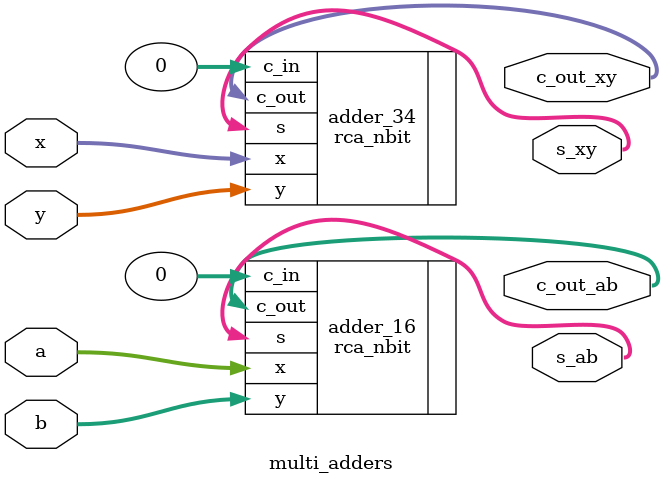
<source format=v>
`timescale 1ns / 1ps

//Note no carry ins for these adders for simplicity
module multi_adders(
    input [15:0] a, b,
    output [15:0] s_ab, //the sum of a and b
    output [15:0] c_out_ab,
    
    input [33:0] x, y,
    output [33:0] s_xy,
    output [33:0] c_out_xy
    );
    
    //how do i change the value of n in the rca_nbit?
    //this is called named parameter connection: add #(.n(16)) before the name of the instantiation of the module rca_nbit
    //this makes n = 16!
    rca_nbit #(.n(16)) adder_16 (    
        .x(a),
        .y(b),
        .c_in(0),
        .s(s_ab),
        .c_out(c_out_ab)
    );
    
    rca_nbit #(.n(34)) adder_34 (    
        .x(x),
        .y(y),
        .c_in(0),
        .s(s_xy),
        .c_out(c_out_xy)
    );
endmodule

</source>
